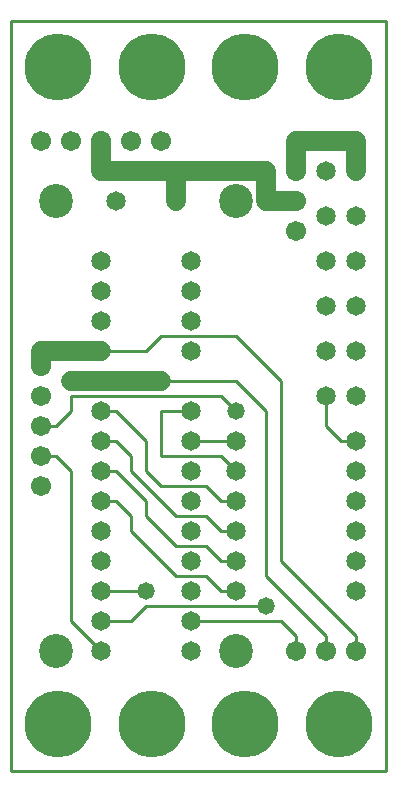
<source format=gbl>
%MOIN*%
%FSLAX25Y25*%
G04 D10 used for Character Trace; *
G04     Circle (OD=.01000) (No hole)*
G04 D11 used for Power Trace; *
G04     Circle (OD=.06700) (No hole)*
G04 D12 used for Signal Trace; *
G04     Circle (OD=.01100) (No hole)*
G04 D13 used for Via; *
G04     Circle (OD=.05800) (Round. Hole ID=.02800)*
G04 D14 used for Component hole; *
G04     Circle (OD=.06500) (Round. Hole ID=.03500)*
G04 D15 used for Component hole; *
G04     Circle (OD=.06700) (Round. Hole ID=.04300)*
G04 D16 used for Component hole; *
G04     Circle (OD=.08100) (Round. Hole ID=.05100)*
G04 D17 used for Component hole; *
G04     Circle (OD=.08900) (Round. Hole ID=.05900)*
G04 D18 used for Component hole; *
G04     Circle (OD=.11300) (Round. Hole ID=.08300)*
G04 D19 used for Component hole; *
G04     Circle (OD=.16000) (Round. Hole ID=.13000)*
G04 D20 used for Component hole; *
G04     Circle (OD=.18300) (Round. Hole ID=.15300)*
G04 D21 used for Component hole; *
G04     Circle (OD=.22291) (Round. Hole ID=.19291)*
%ADD10C,.01000*%
%ADD11C,.06700*%
%ADD12C,.01100*%
%ADD13C,.05800*%
%ADD14C,.06500*%
%ADD15C,.06700*%
%ADD16C,.08100*%
%ADD17C,.08900*%
%ADD18C,.11300*%
%ADD19C,.16000*%
%ADD20C,.18300*%
%ADD21C,.22291*%
%IPPOS*%
%LPD*%
G90*X0Y0D02*D21*X15625Y15625D03*D14*              
X30000Y40000D03*D12*X20000Y50000D01*Y100000D01*   
X15000Y105000D01*X10000D01*D15*D03*D12*Y115000D02*
X15000D01*D15*X10000D03*D12*X15000D02*            
X20000Y120000D01*Y125000D01*X70000D01*            
X75000Y120000D01*D13*D03*D12*X85000Y65000D02*     
Y120000D01*X105000Y45000D02*X85000Y65000D01*      
X105000Y40000D02*Y45000D01*D15*Y40000D03*D12*     
X95000D02*Y45000D01*D15*Y40000D03*D12*Y45000D02*  
X90000Y50000D01*X60000D01*D14*D03*D12*            
X70000Y60000D02*X75000D01*D14*D03*D12*X70000D02*  
X65000Y65000D01*X55000D01*X40000Y80000D01*        
Y85000D01*X35000Y90000D01*X30000D01*D14*D03*D12*  
X55000Y85000D02*X40000Y100000D01*X55000Y85000D02* 
X65000D01*X70000Y80000D01*X75000D01*D14*D03*D12*  
X70000Y70000D02*X75000D01*D14*D03*D12*X70000D02*  
X65000Y75000D01*X55000D01*X45000Y85000D01*        
Y90000D01*X35000Y100000D01*X30000D01*D14*D03*D12* 
X40000Y105000D02*X35000Y110000D01*                
X40000Y100000D02*Y105000D01*X50000Y95000D02*      
X45000Y100000D01*X50000Y95000D02*X65000D01*       
X70000Y90000D01*X75000D01*D14*D03*Y100000D03*D12* 
X70000Y105000D01*X50000D01*Y120000D01*X60000D01*  
D14*D03*D13*X50000Y130000D03*D11*X20000D01*D13*   
D03*D14*X30000Y120000D03*D12*X35000D01*           
X45000Y110000D01*Y100000D01*X30000Y110000D02*     
X35000D01*D14*X30000D03*D12*X50000Y130000D02*     
X75000D01*X85000Y120000D01*D14*X75000Y110000D03*  
D12*X60000D01*D14*D03*Y100000D03*Y90000D03*       
X30000Y140000D03*D11*X10000D01*Y135000D01*D15*D03*
Y125000D03*D12*X30000Y140000D02*X45000D01*        
X50000Y145000D01*X75000D01*X90000Y130000D01*      
Y70000D01*X115000Y45000D01*Y40000D01*D15*D03*D14* 
Y60000D03*D21*X109375Y15625D03*D13*               
X85000Y55000D03*D12*X45000D01*X40000Y50000D01*    
X30000D01*D14*D03*Y60000D03*D12*X45000D01*D13*D03*
D14*X30000Y70000D03*X60000Y60000D03*Y70000D03*    
Y80000D03*X30000D03*X60000Y40000D03*D18*X75000D03*
X15000D03*D15*X10000Y95000D03*D21*X46875Y15625D03*
X78125D03*D12*X0Y0D02*X125000D01*Y250000D01*X0D01*
Y0D01*X110000Y110000D02*X115000D01*D14*D03*D12*   
X110000D02*X105000Y115000D01*Y125000D01*D14*D03*  
X115000D03*Y140000D03*X105000D03*                 
X115000Y100000D03*Y155000D03*X105000D03*          
X115000Y90000D03*X60000Y170000D03*Y160000D03*     
Y150000D03*Y140000D03*X115000Y170000D03*          
X105000D03*X115000Y80000D03*D15*X95000Y180000D03* 
D14*X115000Y70000D03*Y185000D03*X105000D03*D15*   
X95000Y190000D03*D11*X85000D01*Y200000D01*        
X55000D01*Y190000D01*D14*D03*D11*X30000Y200000D02*
X55000D01*X30000D02*Y210000D01*D15*D03*X40000D03* 
X20000D03*D18*X15000Y190000D03*D15*               
X50000Y210000D03*X10000D03*D14*X35000Y190000D03*  
D21*X46875Y234375D03*X15625D03*D14*               
X30000Y170000D03*D18*X75000Y190000D03*D14*        
X30000Y160000D03*D21*X78125Y234375D03*D14*        
X30000Y150000D03*D15*X95000Y200000D03*D11*        
Y210000D01*X115000D01*Y200000D01*D14*D03*         
X105000D03*D21*X109375Y234375D03*M02*             

</source>
